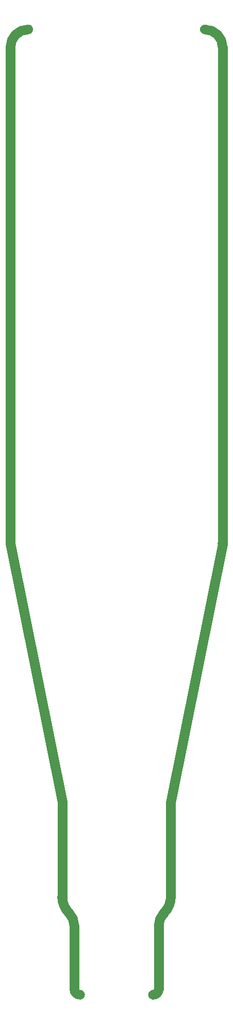
<source format=gbr>
G04 Layer_Color=16776960*
%FSLAX25Y25*%
%MOIN*%
%TF.FileFunction,Other,Mechanical_30*%
%TF.Part,Single*%
G01*
G75*
%TA.AperFunction,NonConductor*%
%ADD147C,0.06299*%
%ADD148C,0.06299*%
D147*
X-30731Y49190D02*
G03*
X-30726Y49185I2227J2227D01*
G01*
X-30748Y49207D02*
G03*
X-30738Y49197I2598J2565D01*
G01*
D02*
G03*
X-30731Y49190I2589J2575D01*
G01*
X-27273Y40841D02*
G03*
X-30726Y49185I-11807J0D01*
G01*
D02*
G03*
X-30731Y49190I-8354J-8344D01*
G01*
X-35136Y59263D02*
G03*
X-30738Y49197I15065J587D01*
G01*
D02*
G03*
X-30734Y49193I10668J10654D01*
G01*
X-35147Y59552D02*
G03*
X-35136Y59263I3651J0D01*
G01*
X-27273Y0D02*
G03*
X-23622Y-3651I3651J0D01*
G01*
X-68612Y288583D02*
G03*
X-68541Y287867I3651J0D01*
G01*
D02*
G03*
X-68541Y287865I3580J716D01*
G01*
D02*
G03*
X-68539Y287858I3580J717D01*
G01*
X-68541Y287867D02*
G03*
X-68541Y287865I3089J617D01*
G01*
X-57087Y619793D02*
G03*
X-68612Y608268I0J-11525D01*
G01*
X23622Y-3651D02*
G03*
X27273Y0I0J3651D01*
G01*
X30731Y49190D02*
G03*
X30726Y49185I8349J-8349D01*
G01*
D02*
G03*
X27273Y40841I8354J-8344D01*
G01*
X30731Y49190D02*
G03*
X30734Y49193I-10661J10661D01*
G01*
X30726Y49185D02*
G03*
X30731Y49190I-2222J2232D01*
G01*
X30726Y49185D02*
G03*
X30731Y49190I-2222J2232D01*
G01*
D02*
G03*
X30736Y49195I-2227J2227D01*
G01*
X30731Y49190D02*
G03*
X30736Y49195I-2582J2582D01*
G01*
D02*
G03*
X30738Y49197I-2587J2577D01*
G01*
X30738Y49197D02*
G03*
X30748Y49207I-2589J2575D01*
G01*
X30726Y49185D02*
G03*
X30731Y49190I-2222J2232D01*
G01*
D02*
G03*
X30736Y49195I-2227J2227D01*
G01*
D02*
G03*
X30737Y49196I-2232J2222D01*
G01*
D02*
G03*
X30738Y49197I-2233J2221D01*
G01*
X30731Y49190D02*
G03*
X30736Y49195I-2227J2227D01*
G01*
D02*
G03*
X30737Y49196I-2232J2222D01*
G01*
D02*
G03*
X30738Y49197I-2233J2221D01*
G01*
X30734Y49193D02*
G03*
X30736Y49195I-2228J2227D01*
G01*
D02*
G03*
X30737Y49196I-2230J2225D01*
G01*
D02*
G03*
X30738Y49197I-2231J2223D01*
G01*
X35147Y59874D02*
G03*
X35147Y59876I-3150J-20D01*
G01*
D02*
G03*
X35147Y59877I-3150J-22D01*
G01*
X30734Y49193D02*
G03*
X30736Y49195I-10664J10658D01*
G01*
D02*
G03*
X30738Y49197I-10666J10656D01*
G01*
X30738Y49197D02*
G03*
X35147Y59851I-10668J10654D01*
G01*
X35147Y59864D02*
G03*
X35147Y59874I-3150J-10D01*
G01*
D02*
G03*
X35147Y59876I-3150J-20D01*
G01*
D02*
G03*
X35147Y59877I-3150J-22D01*
G01*
X35147Y59851D02*
G03*
X35147Y59859I-3150J0D01*
G01*
D02*
G03*
X35147Y59861I-3150J-8D01*
G01*
D02*
G03*
X35147Y59864I-3150J-10D01*
G01*
D02*
G03*
X35147Y59876I-3150J-13D01*
G01*
X35147Y59851D02*
G03*
X35147Y59859I-3651J0D01*
G01*
D02*
G03*
X35147Y59861I-3651J-9D01*
G01*
D02*
G03*
X35147Y59864I-3651J-10D01*
G01*
D02*
G03*
X35147Y59874I-3651J-13D01*
G01*
X35147Y59851D02*
G03*
X35147Y59859I-3150J0D01*
G01*
D02*
G03*
X35147Y59861I-3150J-8D01*
G01*
D02*
G03*
X35147Y59864I-3150J-10D01*
G01*
D02*
G03*
X35147Y59876I-3150J-13D01*
G01*
X35147Y59851D02*
G03*
X35147Y59859I-3150J0D01*
G01*
D02*
G03*
X35147Y59861I-3150J-8D01*
G01*
X68539Y287464D02*
G03*
X68541Y287472I-3579J725D01*
G01*
D02*
G03*
X68541Y287473I-3580J717D01*
G01*
D02*
G03*
X68612Y288189I-3580J716D01*
G01*
X68541Y287472D02*
G03*
X68541Y287473I-3088J618D01*
G01*
X68612Y608268D02*
G03*
X57087Y619793I-11525J-0D01*
G01*
X-27273Y0D02*
Y40841D01*
X-68541Y287867D02*
X-68541Y287865D01*
X-68541Y287867D02*
X-68541Y287865D01*
X-68612Y288583D02*
Y608268D01*
Y608268D01*
X-35147Y59552D02*
Y120898D01*
X-68541Y287865D02*
X-35147Y120898D01*
X27273Y0D02*
Y40841D01*
X30736Y49195D02*
X30738Y49197D01*
X35147Y59864D02*
X35147Y59861D01*
X35147Y59852D02*
Y59859D01*
Y59859D01*
Y120504D01*
X68541Y287472D01*
X68541D02*
X68541Y287473D01*
X68541Y287472D02*
X68541Y287473D01*
X68612Y288189D02*
Y608268D01*
Y608268D01*
D148*
X30738Y49197D02*
D03*
D03*
%TF.MD5,8c9b7bc4a9f59fddfd83aa9fd8d7fb47*%
M02*

</source>
